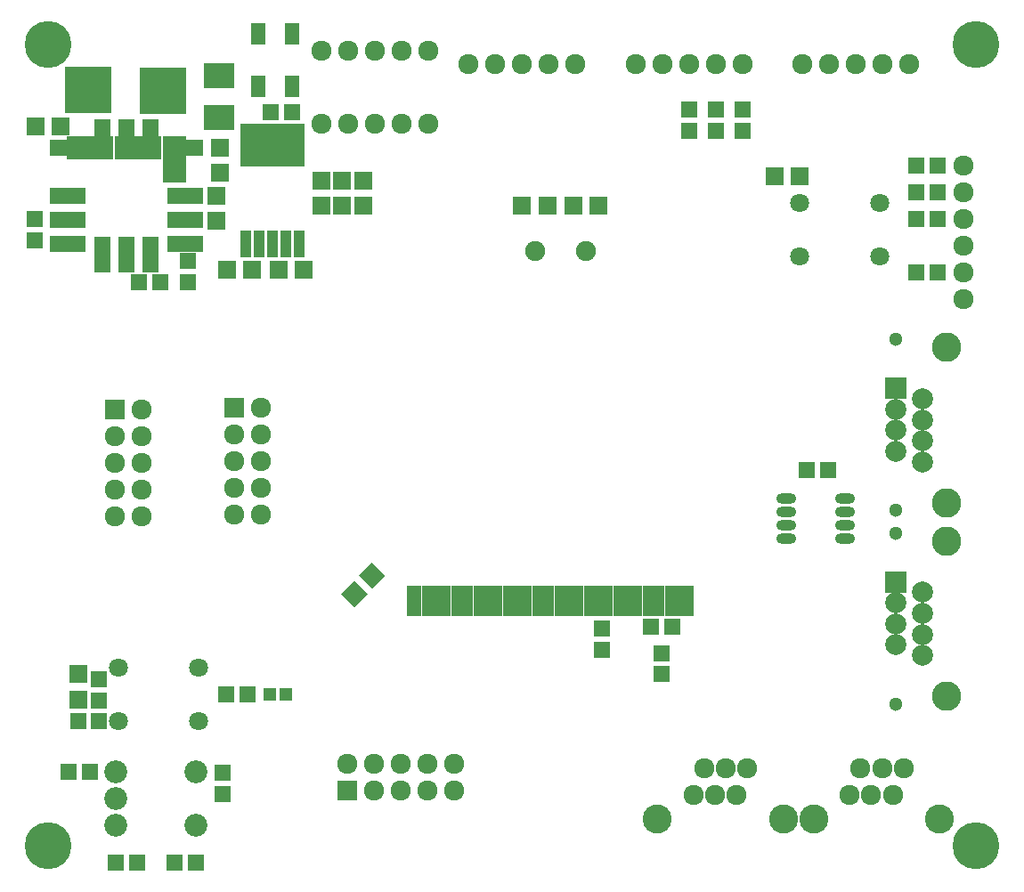
<source format=gbr>
G04 #@! TF.FileFunction,Soldermask,Top*
%FSLAX46Y46*%
G04 Gerber Fmt 4.6, Leading zero omitted, Abs format (unit mm)*
G04 Created by KiCad (PCBNEW 4.0.1-stable) date 2017/04/02 21:29:11*
%MOMM*%
G01*
G04 APERTURE LIST*
%ADD10C,0.100000*%
%ADD11R,0.750000X3.000000*%
%ADD12C,2.800000*%
%ADD13C,1.300000*%
%ADD14C,2.000000*%
%ADD15R,2.000000X2.000000*%
%ADD16C,4.464000*%
%ADD17R,1.797000X1.789000*%
%ADD18R,1.789000X1.797000*%
%ADD19R,2.900000X2.400000*%
%ADD20R,1.400000X2.000000*%
%ADD21R,1.200000X1.200000*%
%ADD22C,1.924000*%
%ADD23C,2.760000*%
%ADD24R,4.464000X4.464000*%
%ADD25R,1.924000X1.924000*%
%ADD26R,1.535000X1.543000*%
%ADD27R,1.543000X1.535000*%
%ADD28C,1.797000*%
%ADD29C,2.178000*%
%ADD30R,1.598880X3.399740*%
%ADD31R,3.399740X1.598880*%
%ADD32R,2.015440X1.598880*%
%ADD33R,1.598880X2.030680*%
%ADD34R,4.469080X2.170380*%
%ADD35R,2.170380X4.469080*%
%ADD36R,1.080000X2.523950*%
%ADD37R,6.099760X4.149550*%
%ADD38O,1.873200X1.009600*%
%ADD39C,1.900000*%
G04 APERTURE END LIST*
D10*
D11*
X110058200Y-103703120D03*
X110758200Y-103703120D03*
X111458200Y-103703120D03*
X112158200Y-103703120D03*
X112858200Y-103703120D03*
X113558200Y-103703120D03*
X114258200Y-103703120D03*
X114958200Y-103703120D03*
X115658200Y-103703120D03*
X116358200Y-103703120D03*
X117058200Y-103703120D03*
X117758200Y-103703120D03*
X118458200Y-103703120D03*
X119158200Y-103703120D03*
X119858200Y-103703120D03*
X120558200Y-103703120D03*
X121258200Y-103703120D03*
X121958200Y-103703120D03*
X122658200Y-103703120D03*
X123358200Y-103703120D03*
X124058200Y-103703120D03*
X124758200Y-103703120D03*
X125458200Y-103703120D03*
X126158200Y-103703120D03*
X126858200Y-103703120D03*
X127558200Y-103703120D03*
X128258200Y-103703120D03*
X128958200Y-103703120D03*
X129658200Y-103703120D03*
X130358200Y-103703120D03*
X131058200Y-103703120D03*
X131758200Y-103703120D03*
X132458200Y-103703120D03*
X133158200Y-103703120D03*
X133858200Y-103703120D03*
X134558200Y-103703120D03*
X135258200Y-103703120D03*
X135958200Y-103703120D03*
X136658200Y-103703120D03*
D12*
X161050000Y-112810000D03*
X161050000Y-98010000D03*
D13*
X156210000Y-113535000D03*
X156210000Y-97285000D03*
D14*
X156210000Y-107910000D03*
X156210000Y-105910000D03*
X156210000Y-103910000D03*
D15*
X156210000Y-101910000D03*
D14*
X158750000Y-108910000D03*
X158750000Y-106910000D03*
X158750000Y-104910000D03*
X158750000Y-102910000D03*
D16*
X163830000Y-50800000D03*
X163830000Y-127000000D03*
X75565000Y-50800000D03*
D17*
X101539040Y-63719900D03*
X101539040Y-66124900D03*
X105582720Y-63740220D03*
X105582720Y-66145220D03*
D10*
G36*
X106437204Y-100041266D02*
X107707874Y-101311936D01*
X106442860Y-102576950D01*
X105172190Y-101306280D01*
X106437204Y-100041266D01*
X106437204Y-100041266D01*
G37*
G36*
X104736612Y-101741858D02*
X106007282Y-103012528D01*
X104742268Y-104277542D01*
X103471598Y-103006872D01*
X104736612Y-101741858D01*
X104736612Y-101741858D01*
G37*
D18*
X76792900Y-58597800D03*
X74387900Y-58597800D03*
X94969140Y-72196960D03*
X92564140Y-72196960D03*
D17*
X91617800Y-65180400D03*
X91617800Y-67585400D03*
X103520240Y-63730060D03*
X103520240Y-66135060D03*
D19*
X91861640Y-53778400D03*
X91861640Y-57778400D03*
D18*
X99911980Y-72196960D03*
X97506980Y-72196960D03*
X147064540Y-63296800D03*
X144659540Y-63296800D03*
D17*
X78422500Y-113102200D03*
X78422500Y-110697200D03*
D18*
X123051380Y-66136520D03*
X120646380Y-66136520D03*
X125533340Y-66136520D03*
X127938340Y-66136520D03*
D17*
X91897200Y-60595700D03*
X91897200Y-63000700D03*
D20*
X98755000Y-49813840D03*
X95555000Y-49813840D03*
X98755000Y-54813840D03*
X95555000Y-54813840D03*
D21*
X98229320Y-112572800D03*
X96629320Y-112572800D03*
D12*
X161050000Y-94395000D03*
X161050000Y-79595000D03*
D13*
X156210000Y-95120000D03*
X156210000Y-78870000D03*
D14*
X156210000Y-89495000D03*
X156210000Y-87495000D03*
X156210000Y-85495000D03*
D15*
X156210000Y-83495000D03*
D14*
X158750000Y-90495000D03*
X158750000Y-88495000D03*
X158750000Y-86495000D03*
X158750000Y-84495000D03*
D22*
X154877750Y-119651750D03*
X152837750Y-119651750D03*
X156917750Y-119651750D03*
X151817750Y-122191750D03*
X153857750Y-122191750D03*
X155897750Y-122191750D03*
D23*
X160367750Y-124491750D03*
X148367750Y-124491750D03*
D22*
X140018750Y-119651750D03*
X137978750Y-119651750D03*
X142058750Y-119651750D03*
X136958750Y-122191750D03*
X138998750Y-122191750D03*
X141038750Y-122191750D03*
D23*
X145508750Y-124491750D03*
X133508750Y-124491750D03*
D24*
X79405480Y-55133240D03*
X86537800Y-55168800D03*
D25*
X93263720Y-85354160D03*
D22*
X95803720Y-85354160D03*
X93263720Y-87894160D03*
X95803720Y-87894160D03*
X93263720Y-90434160D03*
X95803720Y-90434160D03*
X93263720Y-92974160D03*
X95803720Y-92974160D03*
X93263720Y-95514160D03*
X95803720Y-95514160D03*
D25*
X104013000Y-121793000D03*
D22*
X104013000Y-119253000D03*
X106553000Y-121793000D03*
X106553000Y-119253000D03*
X109093000Y-121793000D03*
X109093000Y-119253000D03*
X111633000Y-121793000D03*
X111633000Y-119253000D03*
X114173000Y-121793000D03*
X114173000Y-119253000D03*
D25*
X81909920Y-85542120D03*
D22*
X84449920Y-85542120D03*
X81909920Y-88082120D03*
X84449920Y-88082120D03*
X81909920Y-90622120D03*
X84449920Y-90622120D03*
X81909920Y-93162120D03*
X84449920Y-93162120D03*
X81909920Y-95702120D03*
X84449920Y-95702120D03*
X162623500Y-75057000D03*
X162623500Y-72517000D03*
X162623500Y-69977000D03*
X162623500Y-67437000D03*
X162623500Y-64897000D03*
X162623500Y-62357000D03*
X115570000Y-52705000D03*
X118110000Y-52705000D03*
X120650000Y-52705000D03*
X123190000Y-52705000D03*
X125730000Y-52705000D03*
X147320000Y-52705000D03*
X149860000Y-52705000D03*
X152400000Y-52705000D03*
X154940000Y-52705000D03*
X157480000Y-52705000D03*
X131445000Y-52705000D03*
X133985000Y-52705000D03*
X136525000Y-52705000D03*
X139065000Y-52705000D03*
X141605000Y-52705000D03*
D26*
X96737360Y-57226200D03*
X98761360Y-57226200D03*
D27*
X74320400Y-69465000D03*
X74320400Y-67441000D03*
X88920320Y-71347520D03*
X88920320Y-73371520D03*
D26*
X86279800Y-73370440D03*
X84255800Y-73370440D03*
X149764560Y-91307920D03*
X147740560Y-91307920D03*
D27*
X80441800Y-111141700D03*
X80441800Y-113165700D03*
D26*
X78422500Y-115112800D03*
X80446500Y-115112800D03*
D27*
X92176600Y-122055700D03*
X92176600Y-120031700D03*
D26*
X87628920Y-128615440D03*
X89652920Y-128615440D03*
X84064920Y-128610360D03*
X82040920Y-128610360D03*
X77550200Y-120015000D03*
X79574200Y-120015000D03*
X132922200Y-106197400D03*
X134946200Y-106197400D03*
D27*
X128244600Y-106384280D03*
X128244600Y-108408280D03*
X133934200Y-108677900D03*
X133934200Y-110701900D03*
D26*
X158108840Y-72496680D03*
X160132840Y-72496680D03*
X158124080Y-67437000D03*
X160148080Y-67437000D03*
X158129160Y-64902080D03*
X160153160Y-64902080D03*
X158124080Y-62362080D03*
X160148080Y-62362080D03*
X94529720Y-112572800D03*
X92505720Y-112572800D03*
D27*
X141599920Y-59025600D03*
X141599920Y-57001600D03*
X139075160Y-59020520D03*
X139075160Y-56996520D03*
X136514840Y-59015440D03*
X136514840Y-56991440D03*
D22*
X101600000Y-51435000D03*
X104140000Y-51435000D03*
X106680000Y-51435000D03*
X109220000Y-51435000D03*
X111760000Y-51435000D03*
D28*
X154686000Y-65913000D03*
X154686000Y-70993000D03*
X147066000Y-65913000D03*
X147066000Y-70993000D03*
X89916000Y-110058200D03*
X89916000Y-115138200D03*
X82296000Y-110058200D03*
X82296000Y-115138200D03*
D29*
X89662000Y-125095000D03*
X89662000Y-120015000D03*
X82042000Y-120015000D03*
X82042000Y-122555000D03*
X82042000Y-125095000D03*
D22*
X111754920Y-58369200D03*
X109214920Y-58369200D03*
X106674920Y-58369200D03*
X104134920Y-58369200D03*
X101594920Y-58369200D03*
D30*
X83032600Y-70779640D03*
X85323680Y-70779640D03*
X80741520Y-70779640D03*
D31*
X77431900Y-69758560D03*
X77431900Y-67467480D03*
X77431900Y-65176400D03*
X88633300Y-69758560D03*
X88633300Y-67467480D03*
X88633300Y-65176400D03*
D32*
X89308940Y-60596780D03*
X76809600Y-60619640D03*
D33*
X85323680Y-58897520D03*
X83032600Y-58897520D03*
X80741520Y-58897520D03*
D34*
X84178140Y-60596780D03*
X79598520Y-60596780D03*
D35*
X87617300Y-61747400D03*
D36*
X99466920Y-69778500D03*
X96926920Y-69778500D03*
X98196920Y-69778500D03*
X95656920Y-69778500D03*
X94386920Y-69778500D03*
D37*
X96926400Y-60333000D03*
D38*
X145790920Y-93985080D03*
X145790920Y-95255080D03*
X145790920Y-96525080D03*
X145790920Y-97795080D03*
X151378920Y-97795080D03*
X151378920Y-96525080D03*
X151378920Y-95255080D03*
X151378920Y-93985080D03*
D39*
X121856500Y-70421500D03*
X126736500Y-70421500D03*
D16*
X75565000Y-127000000D03*
M02*

</source>
